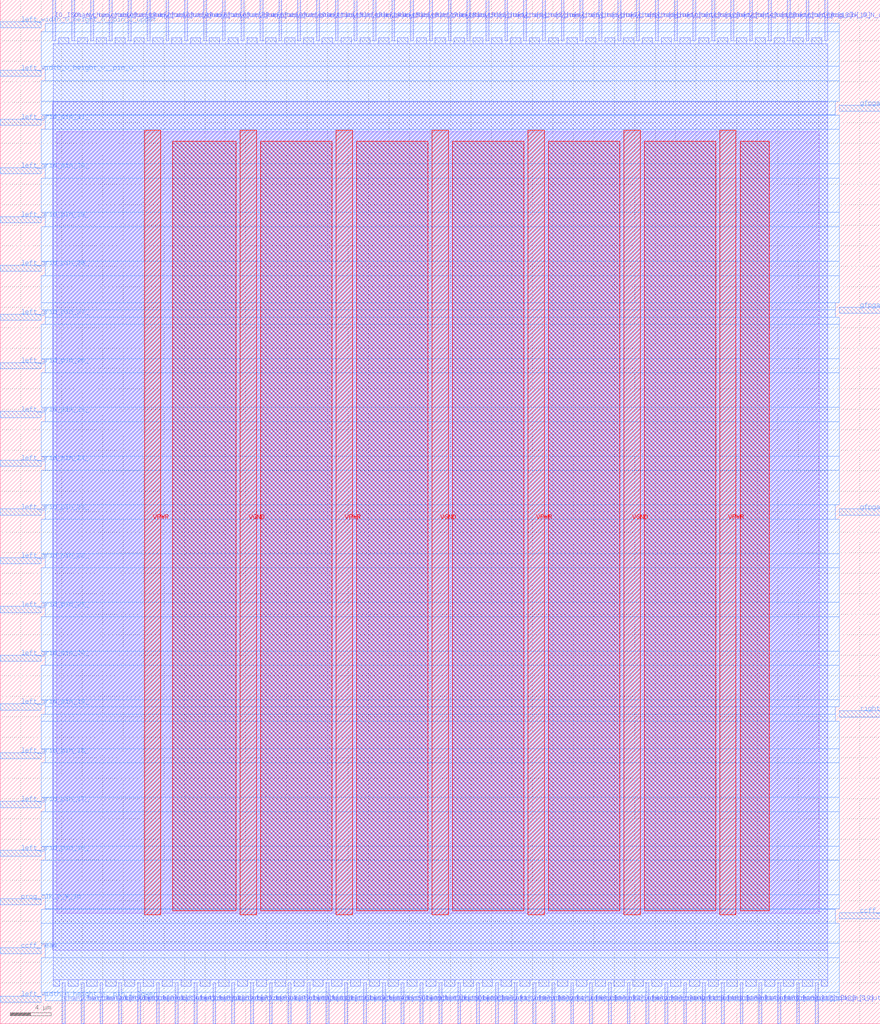
<source format=lef>
VERSION 5.7 ;
  NOWIREEXTENSIONATPIN ON ;
  DIVIDERCHAR "/" ;
  BUSBITCHARS "[]" ;
MACRO cby_2__1_
  CLASS BLOCK ;
  FOREIGN cby_2__1_ ;
  ORIGIN 0.000 0.000 ;
  SIZE 86.000 BY 100.000 ;
  PIN IO_ISOL_N
    DIRECTION INPUT ;
    USE SIGNAL ;
    PORT
      LAYER met2 ;
        RECT 5.150 96.000 5.430 100.000 ;
    END
  END IO_ISOL_N
  PIN VGND
    DIRECTION INOUT ;
    USE GROUND ;
    PORT
      LAYER met4 ;
        RECT 23.460 10.640 25.060 87.280 ;
    END
    PORT
      LAYER met4 ;
        RECT 42.200 10.640 43.800 87.280 ;
    END
    PORT
      LAYER met4 ;
        RECT 60.940 10.640 62.540 87.280 ;
    END
  END VGND
  PIN VPWR
    DIRECTION INOUT ;
    USE POWER ;
    PORT
      LAYER met4 ;
        RECT 14.090 10.640 15.690 87.280 ;
    END
    PORT
      LAYER met4 ;
        RECT 32.830 10.640 34.430 87.280 ;
    END
    PORT
      LAYER met4 ;
        RECT 51.570 10.640 53.170 87.280 ;
    END
    PORT
      LAYER met4 ;
        RECT 70.310 10.640 71.910 87.280 ;
    END
  END VPWR
  PIN ccff_head
    DIRECTION INPUT ;
    USE SIGNAL ;
    PORT
      LAYER met3 ;
        RECT 0.000 6.840 4.000 7.440 ;
    END
  END ccff_head
  PIN ccff_tail
    DIRECTION OUTPUT TRISTATE ;
    USE SIGNAL ;
    PORT
      LAYER met3 ;
        RECT 82.000 10.240 86.000 10.840 ;
    END
  END ccff_tail
  PIN chany_bottom_in[0]
    DIRECTION INPUT ;
    USE SIGNAL ;
    PORT
      LAYER met2 ;
        RECT 42.870 0.000 43.150 4.000 ;
    END
  END chany_bottom_in[0]
  PIN chany_bottom_in[10]
    DIRECTION INPUT ;
    USE SIGNAL ;
    PORT
      LAYER met2 ;
        RECT 61.270 0.000 61.550 4.000 ;
    END
  END chany_bottom_in[10]
  PIN chany_bottom_in[11]
    DIRECTION INPUT ;
    USE SIGNAL ;
    PORT
      LAYER met2 ;
        RECT 63.110 0.000 63.390 4.000 ;
    END
  END chany_bottom_in[11]
  PIN chany_bottom_in[12]
    DIRECTION INPUT ;
    USE SIGNAL ;
    PORT
      LAYER met2 ;
        RECT 64.950 0.000 65.230 4.000 ;
    END
  END chany_bottom_in[12]
  PIN chany_bottom_in[13]
    DIRECTION INPUT ;
    USE SIGNAL ;
    PORT
      LAYER met2 ;
        RECT 66.790 0.000 67.070 4.000 ;
    END
  END chany_bottom_in[13]
  PIN chany_bottom_in[14]
    DIRECTION INPUT ;
    USE SIGNAL ;
    PORT
      LAYER met2 ;
        RECT 68.630 0.000 68.910 4.000 ;
    END
  END chany_bottom_in[14]
  PIN chany_bottom_in[15]
    DIRECTION INPUT ;
    USE SIGNAL ;
    PORT
      LAYER met2 ;
        RECT 70.470 0.000 70.750 4.000 ;
    END
  END chany_bottom_in[15]
  PIN chany_bottom_in[16]
    DIRECTION INPUT ;
    USE SIGNAL ;
    PORT
      LAYER met2 ;
        RECT 72.310 0.000 72.590 4.000 ;
    END
  END chany_bottom_in[16]
  PIN chany_bottom_in[17]
    DIRECTION INPUT ;
    USE SIGNAL ;
    PORT
      LAYER met2 ;
        RECT 74.150 0.000 74.430 4.000 ;
    END
  END chany_bottom_in[17]
  PIN chany_bottom_in[18]
    DIRECTION INPUT ;
    USE SIGNAL ;
    PORT
      LAYER met2 ;
        RECT 75.990 0.000 76.270 4.000 ;
    END
  END chany_bottom_in[18]
  PIN chany_bottom_in[19]
    DIRECTION INPUT ;
    USE SIGNAL ;
    PORT
      LAYER met2 ;
        RECT 77.830 0.000 78.110 4.000 ;
    END
  END chany_bottom_in[19]
  PIN chany_bottom_in[1]
    DIRECTION INPUT ;
    USE SIGNAL ;
    PORT
      LAYER met2 ;
        RECT 44.710 0.000 44.990 4.000 ;
    END
  END chany_bottom_in[1]
  PIN chany_bottom_in[2]
    DIRECTION INPUT ;
    USE SIGNAL ;
    PORT
      LAYER met2 ;
        RECT 46.550 0.000 46.830 4.000 ;
    END
  END chany_bottom_in[2]
  PIN chany_bottom_in[3]
    DIRECTION INPUT ;
    USE SIGNAL ;
    PORT
      LAYER met2 ;
        RECT 48.390 0.000 48.670 4.000 ;
    END
  END chany_bottom_in[3]
  PIN chany_bottom_in[4]
    DIRECTION INPUT ;
    USE SIGNAL ;
    PORT
      LAYER met2 ;
        RECT 50.230 0.000 50.510 4.000 ;
    END
  END chany_bottom_in[4]
  PIN chany_bottom_in[5]
    DIRECTION INPUT ;
    USE SIGNAL ;
    PORT
      LAYER met2 ;
        RECT 52.070 0.000 52.350 4.000 ;
    END
  END chany_bottom_in[5]
  PIN chany_bottom_in[6]
    DIRECTION INPUT ;
    USE SIGNAL ;
    PORT
      LAYER met2 ;
        RECT 53.910 0.000 54.190 4.000 ;
    END
  END chany_bottom_in[6]
  PIN chany_bottom_in[7]
    DIRECTION INPUT ;
    USE SIGNAL ;
    PORT
      LAYER met2 ;
        RECT 55.750 0.000 56.030 4.000 ;
    END
  END chany_bottom_in[7]
  PIN chany_bottom_in[8]
    DIRECTION INPUT ;
    USE SIGNAL ;
    PORT
      LAYER met2 ;
        RECT 57.590 0.000 57.870 4.000 ;
    END
  END chany_bottom_in[8]
  PIN chany_bottom_in[9]
    DIRECTION INPUT ;
    USE SIGNAL ;
    PORT
      LAYER met2 ;
        RECT 59.430 0.000 59.710 4.000 ;
    END
  END chany_bottom_in[9]
  PIN chany_bottom_out[0]
    DIRECTION OUTPUT TRISTATE ;
    USE SIGNAL ;
    PORT
      LAYER met2 ;
        RECT 6.070 0.000 6.350 4.000 ;
    END
  END chany_bottom_out[0]
  PIN chany_bottom_out[10]
    DIRECTION OUTPUT TRISTATE ;
    USE SIGNAL ;
    PORT
      LAYER met2 ;
        RECT 24.470 0.000 24.750 4.000 ;
    END
  END chany_bottom_out[10]
  PIN chany_bottom_out[11]
    DIRECTION OUTPUT TRISTATE ;
    USE SIGNAL ;
    PORT
      LAYER met2 ;
        RECT 26.310 0.000 26.590 4.000 ;
    END
  END chany_bottom_out[11]
  PIN chany_bottom_out[12]
    DIRECTION OUTPUT TRISTATE ;
    USE SIGNAL ;
    PORT
      LAYER met2 ;
        RECT 28.150 0.000 28.430 4.000 ;
    END
  END chany_bottom_out[12]
  PIN chany_bottom_out[13]
    DIRECTION OUTPUT TRISTATE ;
    USE SIGNAL ;
    PORT
      LAYER met2 ;
        RECT 29.990 0.000 30.270 4.000 ;
    END
  END chany_bottom_out[13]
  PIN chany_bottom_out[14]
    DIRECTION OUTPUT TRISTATE ;
    USE SIGNAL ;
    PORT
      LAYER met2 ;
        RECT 31.830 0.000 32.110 4.000 ;
    END
  END chany_bottom_out[14]
  PIN chany_bottom_out[15]
    DIRECTION OUTPUT TRISTATE ;
    USE SIGNAL ;
    PORT
      LAYER met2 ;
        RECT 33.670 0.000 33.950 4.000 ;
    END
  END chany_bottom_out[15]
  PIN chany_bottom_out[16]
    DIRECTION OUTPUT TRISTATE ;
    USE SIGNAL ;
    PORT
      LAYER met2 ;
        RECT 35.510 0.000 35.790 4.000 ;
    END
  END chany_bottom_out[16]
  PIN chany_bottom_out[17]
    DIRECTION OUTPUT TRISTATE ;
    USE SIGNAL ;
    PORT
      LAYER met2 ;
        RECT 37.350 0.000 37.630 4.000 ;
    END
  END chany_bottom_out[17]
  PIN chany_bottom_out[18]
    DIRECTION OUTPUT TRISTATE ;
    USE SIGNAL ;
    PORT
      LAYER met2 ;
        RECT 39.190 0.000 39.470 4.000 ;
    END
  END chany_bottom_out[18]
  PIN chany_bottom_out[19]
    DIRECTION OUTPUT TRISTATE ;
    USE SIGNAL ;
    PORT
      LAYER met2 ;
        RECT 41.030 0.000 41.310 4.000 ;
    END
  END chany_bottom_out[19]
  PIN chany_bottom_out[1]
    DIRECTION OUTPUT TRISTATE ;
    USE SIGNAL ;
    PORT
      LAYER met2 ;
        RECT 7.910 0.000 8.190 4.000 ;
    END
  END chany_bottom_out[1]
  PIN chany_bottom_out[2]
    DIRECTION OUTPUT TRISTATE ;
    USE SIGNAL ;
    PORT
      LAYER met2 ;
        RECT 9.750 0.000 10.030 4.000 ;
    END
  END chany_bottom_out[2]
  PIN chany_bottom_out[3]
    DIRECTION OUTPUT TRISTATE ;
    USE SIGNAL ;
    PORT
      LAYER met2 ;
        RECT 11.590 0.000 11.870 4.000 ;
    END
  END chany_bottom_out[3]
  PIN chany_bottom_out[4]
    DIRECTION OUTPUT TRISTATE ;
    USE SIGNAL ;
    PORT
      LAYER met2 ;
        RECT 13.430 0.000 13.710 4.000 ;
    END
  END chany_bottom_out[4]
  PIN chany_bottom_out[5]
    DIRECTION OUTPUT TRISTATE ;
    USE SIGNAL ;
    PORT
      LAYER met2 ;
        RECT 15.270 0.000 15.550 4.000 ;
    END
  END chany_bottom_out[5]
  PIN chany_bottom_out[6]
    DIRECTION OUTPUT TRISTATE ;
    USE SIGNAL ;
    PORT
      LAYER met2 ;
        RECT 17.110 0.000 17.390 4.000 ;
    END
  END chany_bottom_out[6]
  PIN chany_bottom_out[7]
    DIRECTION OUTPUT TRISTATE ;
    USE SIGNAL ;
    PORT
      LAYER met2 ;
        RECT 18.950 0.000 19.230 4.000 ;
    END
  END chany_bottom_out[7]
  PIN chany_bottom_out[8]
    DIRECTION OUTPUT TRISTATE ;
    USE SIGNAL ;
    PORT
      LAYER met2 ;
        RECT 20.790 0.000 21.070 4.000 ;
    END
  END chany_bottom_out[8]
  PIN chany_bottom_out[9]
    DIRECTION OUTPUT TRISTATE ;
    USE SIGNAL ;
    PORT
      LAYER met2 ;
        RECT 22.630 0.000 22.910 4.000 ;
    END
  END chany_bottom_out[9]
  PIN chany_top_in[0]
    DIRECTION INPUT ;
    USE SIGNAL ;
    PORT
      LAYER met2 ;
        RECT 43.790 96.000 44.070 100.000 ;
    END
  END chany_top_in[0]
  PIN chany_top_in[10]
    DIRECTION INPUT ;
    USE SIGNAL ;
    PORT
      LAYER met2 ;
        RECT 62.190 96.000 62.470 100.000 ;
    END
  END chany_top_in[10]
  PIN chany_top_in[11]
    DIRECTION INPUT ;
    USE SIGNAL ;
    PORT
      LAYER met2 ;
        RECT 64.030 96.000 64.310 100.000 ;
    END
  END chany_top_in[11]
  PIN chany_top_in[12]
    DIRECTION INPUT ;
    USE SIGNAL ;
    PORT
      LAYER met2 ;
        RECT 65.870 96.000 66.150 100.000 ;
    END
  END chany_top_in[12]
  PIN chany_top_in[13]
    DIRECTION INPUT ;
    USE SIGNAL ;
    PORT
      LAYER met2 ;
        RECT 67.710 96.000 67.990 100.000 ;
    END
  END chany_top_in[13]
  PIN chany_top_in[14]
    DIRECTION INPUT ;
    USE SIGNAL ;
    PORT
      LAYER met2 ;
        RECT 69.550 96.000 69.830 100.000 ;
    END
  END chany_top_in[14]
  PIN chany_top_in[15]
    DIRECTION INPUT ;
    USE SIGNAL ;
    PORT
      LAYER met2 ;
        RECT 71.390 96.000 71.670 100.000 ;
    END
  END chany_top_in[15]
  PIN chany_top_in[16]
    DIRECTION INPUT ;
    USE SIGNAL ;
    PORT
      LAYER met2 ;
        RECT 73.230 96.000 73.510 100.000 ;
    END
  END chany_top_in[16]
  PIN chany_top_in[17]
    DIRECTION INPUT ;
    USE SIGNAL ;
    PORT
      LAYER met2 ;
        RECT 75.070 96.000 75.350 100.000 ;
    END
  END chany_top_in[17]
  PIN chany_top_in[18]
    DIRECTION INPUT ;
    USE SIGNAL ;
    PORT
      LAYER met2 ;
        RECT 76.910 96.000 77.190 100.000 ;
    END
  END chany_top_in[18]
  PIN chany_top_in[19]
    DIRECTION INPUT ;
    USE SIGNAL ;
    PORT
      LAYER met2 ;
        RECT 78.750 96.000 79.030 100.000 ;
    END
  END chany_top_in[19]
  PIN chany_top_in[1]
    DIRECTION INPUT ;
    USE SIGNAL ;
    PORT
      LAYER met2 ;
        RECT 45.630 96.000 45.910 100.000 ;
    END
  END chany_top_in[1]
  PIN chany_top_in[2]
    DIRECTION INPUT ;
    USE SIGNAL ;
    PORT
      LAYER met2 ;
        RECT 47.470 96.000 47.750 100.000 ;
    END
  END chany_top_in[2]
  PIN chany_top_in[3]
    DIRECTION INPUT ;
    USE SIGNAL ;
    PORT
      LAYER met2 ;
        RECT 49.310 96.000 49.590 100.000 ;
    END
  END chany_top_in[3]
  PIN chany_top_in[4]
    DIRECTION INPUT ;
    USE SIGNAL ;
    PORT
      LAYER met2 ;
        RECT 51.150 96.000 51.430 100.000 ;
    END
  END chany_top_in[4]
  PIN chany_top_in[5]
    DIRECTION INPUT ;
    USE SIGNAL ;
    PORT
      LAYER met2 ;
        RECT 52.990 96.000 53.270 100.000 ;
    END
  END chany_top_in[5]
  PIN chany_top_in[6]
    DIRECTION INPUT ;
    USE SIGNAL ;
    PORT
      LAYER met2 ;
        RECT 54.830 96.000 55.110 100.000 ;
    END
  END chany_top_in[6]
  PIN chany_top_in[7]
    DIRECTION INPUT ;
    USE SIGNAL ;
    PORT
      LAYER met2 ;
        RECT 56.670 96.000 56.950 100.000 ;
    END
  END chany_top_in[7]
  PIN chany_top_in[8]
    DIRECTION INPUT ;
    USE SIGNAL ;
    PORT
      LAYER met2 ;
        RECT 58.510 96.000 58.790 100.000 ;
    END
  END chany_top_in[8]
  PIN chany_top_in[9]
    DIRECTION INPUT ;
    USE SIGNAL ;
    PORT
      LAYER met2 ;
        RECT 60.350 96.000 60.630 100.000 ;
    END
  END chany_top_in[9]
  PIN chany_top_out[0]
    DIRECTION OUTPUT TRISTATE ;
    USE SIGNAL ;
    PORT
      LAYER met2 ;
        RECT 6.990 96.000 7.270 100.000 ;
    END
  END chany_top_out[0]
  PIN chany_top_out[10]
    DIRECTION OUTPUT TRISTATE ;
    USE SIGNAL ;
    PORT
      LAYER met2 ;
        RECT 25.390 96.000 25.670 100.000 ;
    END
  END chany_top_out[10]
  PIN chany_top_out[11]
    DIRECTION OUTPUT TRISTATE ;
    USE SIGNAL ;
    PORT
      LAYER met2 ;
        RECT 27.230 96.000 27.510 100.000 ;
    END
  END chany_top_out[11]
  PIN chany_top_out[12]
    DIRECTION OUTPUT TRISTATE ;
    USE SIGNAL ;
    PORT
      LAYER met2 ;
        RECT 29.070 96.000 29.350 100.000 ;
    END
  END chany_top_out[12]
  PIN chany_top_out[13]
    DIRECTION OUTPUT TRISTATE ;
    USE SIGNAL ;
    PORT
      LAYER met2 ;
        RECT 30.910 96.000 31.190 100.000 ;
    END
  END chany_top_out[13]
  PIN chany_top_out[14]
    DIRECTION OUTPUT TRISTATE ;
    USE SIGNAL ;
    PORT
      LAYER met2 ;
        RECT 32.750 96.000 33.030 100.000 ;
    END
  END chany_top_out[14]
  PIN chany_top_out[15]
    DIRECTION OUTPUT TRISTATE ;
    USE SIGNAL ;
    PORT
      LAYER met2 ;
        RECT 34.590 96.000 34.870 100.000 ;
    END
  END chany_top_out[15]
  PIN chany_top_out[16]
    DIRECTION OUTPUT TRISTATE ;
    USE SIGNAL ;
    PORT
      LAYER met2 ;
        RECT 36.430 96.000 36.710 100.000 ;
    END
  END chany_top_out[16]
  PIN chany_top_out[17]
    DIRECTION OUTPUT TRISTATE ;
    USE SIGNAL ;
    PORT
      LAYER met2 ;
        RECT 38.270 96.000 38.550 100.000 ;
    END
  END chany_top_out[17]
  PIN chany_top_out[18]
    DIRECTION OUTPUT TRISTATE ;
    USE SIGNAL ;
    PORT
      LAYER met2 ;
        RECT 40.110 96.000 40.390 100.000 ;
    END
  END chany_top_out[18]
  PIN chany_top_out[19]
    DIRECTION OUTPUT TRISTATE ;
    USE SIGNAL ;
    PORT
      LAYER met2 ;
        RECT 41.950 96.000 42.230 100.000 ;
    END
  END chany_top_out[19]
  PIN chany_top_out[1]
    DIRECTION OUTPUT TRISTATE ;
    USE SIGNAL ;
    PORT
      LAYER met2 ;
        RECT 8.830 96.000 9.110 100.000 ;
    END
  END chany_top_out[1]
  PIN chany_top_out[2]
    DIRECTION OUTPUT TRISTATE ;
    USE SIGNAL ;
    PORT
      LAYER met2 ;
        RECT 10.670 96.000 10.950 100.000 ;
    END
  END chany_top_out[2]
  PIN chany_top_out[3]
    DIRECTION OUTPUT TRISTATE ;
    USE SIGNAL ;
    PORT
      LAYER met2 ;
        RECT 12.510 96.000 12.790 100.000 ;
    END
  END chany_top_out[3]
  PIN chany_top_out[4]
    DIRECTION OUTPUT TRISTATE ;
    USE SIGNAL ;
    PORT
      LAYER met2 ;
        RECT 14.350 96.000 14.630 100.000 ;
    END
  END chany_top_out[4]
  PIN chany_top_out[5]
    DIRECTION OUTPUT TRISTATE ;
    USE SIGNAL ;
    PORT
      LAYER met2 ;
        RECT 16.190 96.000 16.470 100.000 ;
    END
  END chany_top_out[5]
  PIN chany_top_out[6]
    DIRECTION OUTPUT TRISTATE ;
    USE SIGNAL ;
    PORT
      LAYER met2 ;
        RECT 18.030 96.000 18.310 100.000 ;
    END
  END chany_top_out[6]
  PIN chany_top_out[7]
    DIRECTION OUTPUT TRISTATE ;
    USE SIGNAL ;
    PORT
      LAYER met2 ;
        RECT 19.870 96.000 20.150 100.000 ;
    END
  END chany_top_out[7]
  PIN chany_top_out[8]
    DIRECTION OUTPUT TRISTATE ;
    USE SIGNAL ;
    PORT
      LAYER met2 ;
        RECT 21.710 96.000 21.990 100.000 ;
    END
  END chany_top_out[8]
  PIN chany_top_out[9]
    DIRECTION OUTPUT TRISTATE ;
    USE SIGNAL ;
    PORT
      LAYER met2 ;
        RECT 23.550 96.000 23.830 100.000 ;
    END
  END chany_top_out[9]
  PIN gfpga_pad_EMBEDDED_IO_HD_SOC_DIR
    DIRECTION OUTPUT TRISTATE ;
    USE SIGNAL ;
    PORT
      LAYER met3 ;
        RECT 82.000 49.680 86.000 50.280 ;
    END
  END gfpga_pad_EMBEDDED_IO_HD_SOC_DIR
  PIN gfpga_pad_EMBEDDED_IO_HD_SOC_IN
    DIRECTION INPUT ;
    USE SIGNAL ;
    PORT
      LAYER met3 ;
        RECT 82.000 69.400 86.000 70.000 ;
    END
  END gfpga_pad_EMBEDDED_IO_HD_SOC_IN
  PIN gfpga_pad_EMBEDDED_IO_HD_SOC_OUT
    DIRECTION OUTPUT TRISTATE ;
    USE SIGNAL ;
    PORT
      LAYER met3 ;
        RECT 82.000 89.120 86.000 89.720 ;
    END
  END gfpga_pad_EMBEDDED_IO_HD_SOC_OUT
  PIN left_grid_pin_16_
    DIRECTION OUTPUT TRISTATE ;
    USE SIGNAL ;
    PORT
      LAYER met3 ;
        RECT 0.000 16.360 4.000 16.960 ;
    END
  END left_grid_pin_16_
  PIN left_grid_pin_17_
    DIRECTION OUTPUT TRISTATE ;
    USE SIGNAL ;
    PORT
      LAYER met3 ;
        RECT 0.000 21.120 4.000 21.720 ;
    END
  END left_grid_pin_17_
  PIN left_grid_pin_18_
    DIRECTION OUTPUT TRISTATE ;
    USE SIGNAL ;
    PORT
      LAYER met3 ;
        RECT 0.000 25.880 4.000 26.480 ;
    END
  END left_grid_pin_18_
  PIN left_grid_pin_19_
    DIRECTION OUTPUT TRISTATE ;
    USE SIGNAL ;
    PORT
      LAYER met3 ;
        RECT 0.000 30.640 4.000 31.240 ;
    END
  END left_grid_pin_19_
  PIN left_grid_pin_20_
    DIRECTION OUTPUT TRISTATE ;
    USE SIGNAL ;
    PORT
      LAYER met3 ;
        RECT 0.000 35.400 4.000 36.000 ;
    END
  END left_grid_pin_20_
  PIN left_grid_pin_21_
    DIRECTION OUTPUT TRISTATE ;
    USE SIGNAL ;
    PORT
      LAYER met3 ;
        RECT 0.000 40.160 4.000 40.760 ;
    END
  END left_grid_pin_21_
  PIN left_grid_pin_22_
    DIRECTION OUTPUT TRISTATE ;
    USE SIGNAL ;
    PORT
      LAYER met3 ;
        RECT 0.000 44.920 4.000 45.520 ;
    END
  END left_grid_pin_22_
  PIN left_grid_pin_23_
    DIRECTION OUTPUT TRISTATE ;
    USE SIGNAL ;
    PORT
      LAYER met3 ;
        RECT 0.000 49.680 4.000 50.280 ;
    END
  END left_grid_pin_23_
  PIN left_grid_pin_24_
    DIRECTION OUTPUT TRISTATE ;
    USE SIGNAL ;
    PORT
      LAYER met3 ;
        RECT 0.000 54.440 4.000 55.040 ;
    END
  END left_grid_pin_24_
  PIN left_grid_pin_25_
    DIRECTION OUTPUT TRISTATE ;
    USE SIGNAL ;
    PORT
      LAYER met3 ;
        RECT 0.000 59.200 4.000 59.800 ;
    END
  END left_grid_pin_25_
  PIN left_grid_pin_26_
    DIRECTION OUTPUT TRISTATE ;
    USE SIGNAL ;
    PORT
      LAYER met3 ;
        RECT 0.000 63.960 4.000 64.560 ;
    END
  END left_grid_pin_26_
  PIN left_grid_pin_27_
    DIRECTION OUTPUT TRISTATE ;
    USE SIGNAL ;
    PORT
      LAYER met3 ;
        RECT 0.000 68.720 4.000 69.320 ;
    END
  END left_grid_pin_27_
  PIN left_grid_pin_28_
    DIRECTION OUTPUT TRISTATE ;
    USE SIGNAL ;
    PORT
      LAYER met3 ;
        RECT 0.000 73.480 4.000 74.080 ;
    END
  END left_grid_pin_28_
  PIN left_grid_pin_29_
    DIRECTION OUTPUT TRISTATE ;
    USE SIGNAL ;
    PORT
      LAYER met3 ;
        RECT 0.000 78.240 4.000 78.840 ;
    END
  END left_grid_pin_29_
  PIN left_grid_pin_30_
    DIRECTION OUTPUT TRISTATE ;
    USE SIGNAL ;
    PORT
      LAYER met3 ;
        RECT 0.000 83.000 4.000 83.600 ;
    END
  END left_grid_pin_30_
  PIN left_grid_pin_31_
    DIRECTION OUTPUT TRISTATE ;
    USE SIGNAL ;
    PORT
      LAYER met3 ;
        RECT 0.000 87.760 4.000 88.360 ;
    END
  END left_grid_pin_31_
  PIN left_width_0_height_0__pin_0_
    DIRECTION INPUT ;
    USE SIGNAL ;
    PORT
      LAYER met3 ;
        RECT 0.000 92.520 4.000 93.120 ;
    END
  END left_width_0_height_0__pin_0_
  PIN left_width_0_height_0__pin_1_lower
    DIRECTION OUTPUT TRISTATE ;
    USE SIGNAL ;
    PORT
      LAYER met3 ;
        RECT 0.000 2.080 4.000 2.680 ;
    END
  END left_width_0_height_0__pin_1_lower
  PIN left_width_0_height_0__pin_1_upper
    DIRECTION OUTPUT TRISTATE ;
    USE SIGNAL ;
    PORT
      LAYER met3 ;
        RECT 0.000 97.280 4.000 97.880 ;
    END
  END left_width_0_height_0__pin_1_upper
  PIN prog_clk_0_N_out
    DIRECTION OUTPUT TRISTATE ;
    USE SIGNAL ;
    PORT
      LAYER met2 ;
        RECT 80.590 96.000 80.870 100.000 ;
    END
  END prog_clk_0_N_out
  PIN prog_clk_0_S_out
    DIRECTION OUTPUT TRISTATE ;
    USE SIGNAL ;
    PORT
      LAYER met2 ;
        RECT 79.670 0.000 79.950 4.000 ;
    END
  END prog_clk_0_S_out
  PIN prog_clk_0_W_in
    DIRECTION INPUT ;
    USE SIGNAL ;
    PORT
      LAYER met3 ;
        RECT 0.000 11.600 4.000 12.200 ;
    END
  END prog_clk_0_W_in
  PIN right_grid_pin_0_
    DIRECTION OUTPUT TRISTATE ;
    USE SIGNAL ;
    PORT
      LAYER met3 ;
        RECT 82.000 29.960 86.000 30.560 ;
    END
  END right_grid_pin_0_
  OBS
      LAYER li1 ;
        RECT 5.520 10.795 80.040 87.125 ;
      LAYER met1 ;
        RECT 5.130 7.180 80.890 90.060 ;
      LAYER met2 ;
        RECT 5.710 95.720 6.710 96.290 ;
        RECT 7.550 95.720 8.550 96.290 ;
        RECT 9.390 95.720 10.390 96.290 ;
        RECT 11.230 95.720 12.230 96.290 ;
        RECT 13.070 95.720 14.070 96.290 ;
        RECT 14.910 95.720 15.910 96.290 ;
        RECT 16.750 95.720 17.750 96.290 ;
        RECT 18.590 95.720 19.590 96.290 ;
        RECT 20.430 95.720 21.430 96.290 ;
        RECT 22.270 95.720 23.270 96.290 ;
        RECT 24.110 95.720 25.110 96.290 ;
        RECT 25.950 95.720 26.950 96.290 ;
        RECT 27.790 95.720 28.790 96.290 ;
        RECT 29.630 95.720 30.630 96.290 ;
        RECT 31.470 95.720 32.470 96.290 ;
        RECT 33.310 95.720 34.310 96.290 ;
        RECT 35.150 95.720 36.150 96.290 ;
        RECT 36.990 95.720 37.990 96.290 ;
        RECT 38.830 95.720 39.830 96.290 ;
        RECT 40.670 95.720 41.670 96.290 ;
        RECT 42.510 95.720 43.510 96.290 ;
        RECT 44.350 95.720 45.350 96.290 ;
        RECT 46.190 95.720 47.190 96.290 ;
        RECT 48.030 95.720 49.030 96.290 ;
        RECT 49.870 95.720 50.870 96.290 ;
        RECT 51.710 95.720 52.710 96.290 ;
        RECT 53.550 95.720 54.550 96.290 ;
        RECT 55.390 95.720 56.390 96.290 ;
        RECT 57.230 95.720 58.230 96.290 ;
        RECT 59.070 95.720 60.070 96.290 ;
        RECT 60.910 95.720 61.910 96.290 ;
        RECT 62.750 95.720 63.750 96.290 ;
        RECT 64.590 95.720 65.590 96.290 ;
        RECT 66.430 95.720 67.430 96.290 ;
        RECT 68.270 95.720 69.270 96.290 ;
        RECT 70.110 95.720 71.110 96.290 ;
        RECT 71.950 95.720 72.950 96.290 ;
        RECT 73.790 95.720 74.790 96.290 ;
        RECT 75.630 95.720 76.630 96.290 ;
        RECT 77.470 95.720 78.470 96.290 ;
        RECT 79.310 95.720 80.310 96.290 ;
        RECT 5.160 4.280 80.860 95.720 ;
        RECT 5.160 3.670 5.790 4.280 ;
        RECT 6.630 3.670 7.630 4.280 ;
        RECT 8.470 3.670 9.470 4.280 ;
        RECT 10.310 3.670 11.310 4.280 ;
        RECT 12.150 3.670 13.150 4.280 ;
        RECT 13.990 3.670 14.990 4.280 ;
        RECT 15.830 3.670 16.830 4.280 ;
        RECT 17.670 3.670 18.670 4.280 ;
        RECT 19.510 3.670 20.510 4.280 ;
        RECT 21.350 3.670 22.350 4.280 ;
        RECT 23.190 3.670 24.190 4.280 ;
        RECT 25.030 3.670 26.030 4.280 ;
        RECT 26.870 3.670 27.870 4.280 ;
        RECT 28.710 3.670 29.710 4.280 ;
        RECT 30.550 3.670 31.550 4.280 ;
        RECT 32.390 3.670 33.390 4.280 ;
        RECT 34.230 3.670 35.230 4.280 ;
        RECT 36.070 3.670 37.070 4.280 ;
        RECT 37.910 3.670 38.910 4.280 ;
        RECT 39.750 3.670 40.750 4.280 ;
        RECT 41.590 3.670 42.590 4.280 ;
        RECT 43.430 3.670 44.430 4.280 ;
        RECT 45.270 3.670 46.270 4.280 ;
        RECT 47.110 3.670 48.110 4.280 ;
        RECT 48.950 3.670 49.950 4.280 ;
        RECT 50.790 3.670 51.790 4.280 ;
        RECT 52.630 3.670 53.630 4.280 ;
        RECT 54.470 3.670 55.470 4.280 ;
        RECT 56.310 3.670 57.310 4.280 ;
        RECT 58.150 3.670 59.150 4.280 ;
        RECT 59.990 3.670 60.990 4.280 ;
        RECT 61.830 3.670 62.830 4.280 ;
        RECT 63.670 3.670 64.670 4.280 ;
        RECT 65.510 3.670 66.510 4.280 ;
        RECT 67.350 3.670 68.350 4.280 ;
        RECT 69.190 3.670 70.190 4.280 ;
        RECT 71.030 3.670 72.030 4.280 ;
        RECT 72.870 3.670 73.870 4.280 ;
        RECT 74.710 3.670 75.710 4.280 ;
        RECT 76.550 3.670 77.550 4.280 ;
        RECT 78.390 3.670 79.390 4.280 ;
        RECT 80.230 3.670 80.860 4.280 ;
      LAYER met3 ;
        RECT 4.400 96.880 82.000 97.730 ;
        RECT 4.000 93.520 82.000 96.880 ;
        RECT 4.400 92.120 82.000 93.520 ;
        RECT 4.000 90.120 82.000 92.120 ;
        RECT 4.000 88.760 81.600 90.120 ;
        RECT 4.400 88.720 81.600 88.760 ;
        RECT 4.400 87.360 82.000 88.720 ;
        RECT 4.000 84.000 82.000 87.360 ;
        RECT 4.400 82.600 82.000 84.000 ;
        RECT 4.000 79.240 82.000 82.600 ;
        RECT 4.400 77.840 82.000 79.240 ;
        RECT 4.000 74.480 82.000 77.840 ;
        RECT 4.400 73.080 82.000 74.480 ;
        RECT 4.000 70.400 82.000 73.080 ;
        RECT 4.000 69.720 81.600 70.400 ;
        RECT 4.400 69.000 81.600 69.720 ;
        RECT 4.400 68.320 82.000 69.000 ;
        RECT 4.000 64.960 82.000 68.320 ;
        RECT 4.400 63.560 82.000 64.960 ;
        RECT 4.000 60.200 82.000 63.560 ;
        RECT 4.400 58.800 82.000 60.200 ;
        RECT 4.000 55.440 82.000 58.800 ;
        RECT 4.400 54.040 82.000 55.440 ;
        RECT 4.000 50.680 82.000 54.040 ;
        RECT 4.400 49.280 81.600 50.680 ;
        RECT 4.000 45.920 82.000 49.280 ;
        RECT 4.400 44.520 82.000 45.920 ;
        RECT 4.000 41.160 82.000 44.520 ;
        RECT 4.400 39.760 82.000 41.160 ;
        RECT 4.000 36.400 82.000 39.760 ;
        RECT 4.400 35.000 82.000 36.400 ;
        RECT 4.000 31.640 82.000 35.000 ;
        RECT 4.400 30.960 82.000 31.640 ;
        RECT 4.400 30.240 81.600 30.960 ;
        RECT 4.000 29.560 81.600 30.240 ;
        RECT 4.000 26.880 82.000 29.560 ;
        RECT 4.400 25.480 82.000 26.880 ;
        RECT 4.000 22.120 82.000 25.480 ;
        RECT 4.400 20.720 82.000 22.120 ;
        RECT 4.000 17.360 82.000 20.720 ;
        RECT 4.400 15.960 82.000 17.360 ;
        RECT 4.000 12.600 82.000 15.960 ;
        RECT 4.400 11.240 82.000 12.600 ;
        RECT 4.400 11.200 81.600 11.240 ;
        RECT 4.000 9.840 81.600 11.200 ;
        RECT 4.000 7.840 82.000 9.840 ;
        RECT 4.400 6.440 82.000 7.840 ;
        RECT 4.000 3.080 82.000 6.440 ;
        RECT 4.400 2.230 82.000 3.080 ;
      LAYER met4 ;
        RECT 16.855 11.055 23.060 86.185 ;
        RECT 25.460 11.055 32.430 86.185 ;
        RECT 34.830 11.055 41.800 86.185 ;
        RECT 44.200 11.055 51.170 86.185 ;
        RECT 53.570 11.055 60.540 86.185 ;
        RECT 62.940 11.055 69.910 86.185 ;
        RECT 72.310 11.055 75.145 86.185 ;
  END
END cby_2__1_
END LIBRARY


</source>
